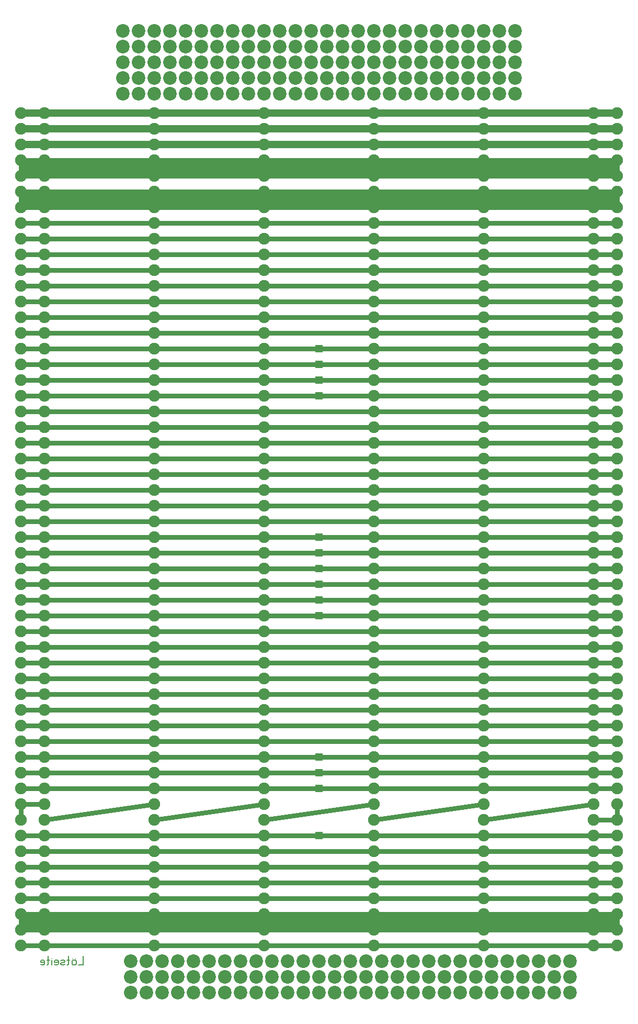
<source format=gbl>
%FSLAX34Y34*%
%MOMM*%
%LNCOPPER_BOTTOM*%
G71*
G01*
%ADD10C, 2.200*%
%ADD11C, 1.900*%
%ADD12C, 0.800*%
%ADD13R, 1.200X1.200*%
%ADD14C, 1.200*%
%ADD15C, 0.178*%
%LPD*%
X184944Y-75803D02*
G54D10*
D03*
X210344Y-75803D02*
G54D10*
D03*
X235744Y-75803D02*
G54D10*
D03*
X261144Y-75803D02*
G54D10*
D03*
X286544Y-75803D02*
G54D10*
D03*
X311944Y-75803D02*
G54D10*
D03*
X337344Y-75803D02*
G54D10*
D03*
X362744Y-75803D02*
G54D10*
D03*
X388144Y-75803D02*
G54D10*
D03*
X413544Y-75803D02*
G54D10*
D03*
X438944Y-75803D02*
G54D10*
D03*
X464344Y-75803D02*
G54D10*
D03*
X489744Y-75803D02*
G54D10*
D03*
X515144Y-75803D02*
G54D10*
D03*
X540544Y-75803D02*
G54D10*
D03*
X565944Y-75803D02*
G54D10*
D03*
X591344Y-75803D02*
G54D10*
D03*
X616744Y-75803D02*
G54D10*
D03*
X642144Y-75803D02*
G54D10*
D03*
X667544Y-75803D02*
G54D10*
D03*
X692944Y-75803D02*
G54D10*
D03*
X718344Y-75803D02*
G54D10*
D03*
X743744Y-75803D02*
G54D10*
D03*
X769144Y-75803D02*
G54D10*
D03*
X794544Y-75803D02*
G54D10*
D03*
X819944Y-75803D02*
G54D10*
D03*
X57944Y-158353D02*
G54D11*
D03*
X57944Y-183753D02*
G54D11*
D03*
X57944Y-209153D02*
G54D11*
D03*
X57944Y-234553D02*
G54D11*
D03*
X57944Y-259953D02*
G54D11*
D03*
X57944Y-285353D02*
G54D11*
D03*
X57944Y-310753D02*
G54D11*
D03*
X57944Y-336153D02*
G54D11*
D03*
X57944Y-361553D02*
G54D11*
D03*
X57944Y-386953D02*
G54D11*
D03*
X57944Y-412353D02*
G54D11*
D03*
X57944Y-437753D02*
G54D11*
D03*
X57944Y-463153D02*
G54D11*
D03*
X57944Y-488553D02*
G54D11*
D03*
X57944Y-513953D02*
G54D11*
D03*
X57944Y-539353D02*
G54D11*
D03*
X57944Y-564753D02*
G54D11*
D03*
X57944Y-590153D02*
G54D11*
D03*
X57944Y-640953D02*
G54D11*
D03*
X57944Y-615553D02*
G54D11*
D03*
X57944Y-666353D02*
G54D11*
D03*
X57944Y-691753D02*
G54D11*
D03*
X57944Y-717153D02*
G54D11*
D03*
X57944Y-742553D02*
G54D11*
D03*
X57944Y-767953D02*
G54D11*
D03*
X57944Y-793353D02*
G54D11*
D03*
X57944Y-818753D02*
G54D11*
D03*
X57944Y-844153D02*
G54D11*
D03*
X57944Y-869553D02*
G54D11*
D03*
X57944Y-894953D02*
G54D11*
D03*
X57944Y-920353D02*
G54D11*
D03*
X57944Y-945753D02*
G54D11*
D03*
X57944Y-971153D02*
G54D11*
D03*
X57944Y-996553D02*
G54D11*
D03*
X57944Y-1021953D02*
G54D11*
D03*
X57944Y-1047353D02*
G54D11*
D03*
X57944Y-1072753D02*
G54D11*
D03*
X57944Y-1098153D02*
G54D11*
D03*
X57944Y-1123553D02*
G54D11*
D03*
X57944Y-1148953D02*
G54D11*
D03*
X57944Y-1174353D02*
G54D11*
D03*
X57944Y-1225153D02*
G54D11*
D03*
X57944Y-1199753D02*
G54D11*
D03*
X57944Y-1250553D02*
G54D11*
D03*
X57944Y-1275953D02*
G54D11*
D03*
X57944Y-1301353D02*
G54D11*
D03*
X57944Y-1326753D02*
G54D11*
D03*
X57944Y-1352153D02*
G54D11*
D03*
X57944Y-1377553D02*
G54D11*
D03*
X57944Y-1402953D02*
G54D11*
D03*
X57944Y-1428353D02*
G54D11*
D03*
X57944Y-1453753D02*
G54D11*
D03*
X57944Y-1479153D02*
G54D11*
D03*
X57944Y-1504553D02*
G54D11*
D03*
X235744Y-158353D02*
G54D11*
D03*
X235744Y-183753D02*
G54D11*
D03*
X235744Y-209153D02*
G54D11*
D03*
X235744Y-234553D02*
G54D11*
D03*
X235744Y-259953D02*
G54D11*
D03*
X235744Y-285353D02*
G54D11*
D03*
X235744Y-310753D02*
G54D11*
D03*
X235744Y-336153D02*
G54D11*
D03*
X235744Y-361553D02*
G54D11*
D03*
X235744Y-386953D02*
G54D11*
D03*
X235744Y-412353D02*
G54D11*
D03*
X235744Y-437753D02*
G54D11*
D03*
X235744Y-463153D02*
G54D11*
D03*
X235744Y-488553D02*
G54D11*
D03*
X235744Y-513953D02*
G54D11*
D03*
X235744Y-539353D02*
G54D11*
D03*
X235744Y-564753D02*
G54D11*
D03*
X235744Y-590153D02*
G54D11*
D03*
X235744Y-640953D02*
G54D11*
D03*
X235744Y-615553D02*
G54D11*
D03*
X235744Y-666353D02*
G54D11*
D03*
X235744Y-691753D02*
G54D11*
D03*
X235744Y-717153D02*
G54D11*
D03*
X235744Y-742553D02*
G54D11*
D03*
X235744Y-767953D02*
G54D11*
D03*
X235744Y-793353D02*
G54D11*
D03*
X235744Y-818753D02*
G54D11*
D03*
X235744Y-844153D02*
G54D11*
D03*
X235744Y-869553D02*
G54D11*
D03*
X235744Y-894953D02*
G54D11*
D03*
X235744Y-920353D02*
G54D11*
D03*
X235744Y-945753D02*
G54D11*
D03*
X235744Y-971153D02*
G54D11*
D03*
X235744Y-996553D02*
G54D11*
D03*
X235744Y-1021953D02*
G54D11*
D03*
X235744Y-1047353D02*
G54D11*
D03*
X235744Y-1072753D02*
G54D11*
D03*
X235744Y-1098153D02*
G54D11*
D03*
X235744Y-1123553D02*
G54D11*
D03*
X235744Y-1148953D02*
G54D11*
D03*
X235744Y-1174353D02*
G54D11*
D03*
X235744Y-1225153D02*
G54D11*
D03*
X235744Y-1199753D02*
G54D11*
D03*
X235744Y-1250553D02*
G54D11*
D03*
X235744Y-1275953D02*
G54D11*
D03*
X235744Y-1301353D02*
G54D11*
D03*
X235744Y-1326753D02*
G54D11*
D03*
X235744Y-1352153D02*
G54D11*
D03*
X235744Y-1377553D02*
G54D11*
D03*
X235744Y-1402953D02*
G54D11*
D03*
X235744Y-1428353D02*
G54D11*
D03*
X235744Y-1453753D02*
G54D11*
D03*
X235744Y-1479153D02*
G54D11*
D03*
X235744Y-1504553D02*
G54D11*
D03*
X413544Y-158353D02*
G54D11*
D03*
X413544Y-183753D02*
G54D11*
D03*
X413544Y-209153D02*
G54D11*
D03*
X413544Y-234553D02*
G54D11*
D03*
X413544Y-259953D02*
G54D11*
D03*
X413544Y-285353D02*
G54D11*
D03*
X413544Y-310753D02*
G54D11*
D03*
X413544Y-336153D02*
G54D11*
D03*
X413544Y-361553D02*
G54D11*
D03*
X413544Y-386953D02*
G54D11*
D03*
X413544Y-412353D02*
G54D11*
D03*
X413544Y-437753D02*
G54D11*
D03*
X413544Y-463153D02*
G54D11*
D03*
X413544Y-488553D02*
G54D11*
D03*
X413544Y-513953D02*
G54D11*
D03*
X413544Y-539353D02*
G54D11*
D03*
X413544Y-564753D02*
G54D11*
D03*
X413544Y-590153D02*
G54D11*
D03*
X413544Y-640953D02*
G54D11*
D03*
X413544Y-615553D02*
G54D11*
D03*
X413544Y-666353D02*
G54D11*
D03*
X413544Y-691753D02*
G54D11*
D03*
X413544Y-717153D02*
G54D11*
D03*
X413544Y-742553D02*
G54D11*
D03*
X413544Y-767953D02*
G54D11*
D03*
X413544Y-793353D02*
G54D11*
D03*
X413544Y-818753D02*
G54D11*
D03*
X413544Y-844153D02*
G54D11*
D03*
X413544Y-869553D02*
G54D11*
D03*
X413544Y-894953D02*
G54D11*
D03*
X413544Y-920353D02*
G54D11*
D03*
X413544Y-945753D02*
G54D11*
D03*
X413544Y-971153D02*
G54D11*
D03*
X413544Y-996553D02*
G54D11*
D03*
X413544Y-1021953D02*
G54D11*
D03*
X413544Y-1047353D02*
G54D11*
D03*
X413544Y-1072753D02*
G54D11*
D03*
X413544Y-1098153D02*
G54D11*
D03*
X413544Y-1123553D02*
G54D11*
D03*
X413544Y-1148953D02*
G54D11*
D03*
X413544Y-1174353D02*
G54D11*
D03*
X413544Y-1225153D02*
G54D11*
D03*
X413544Y-1199753D02*
G54D11*
D03*
X413544Y-1250553D02*
G54D11*
D03*
X413544Y-1275953D02*
G54D11*
D03*
X413544Y-1301353D02*
G54D11*
D03*
X413544Y-1326753D02*
G54D11*
D03*
X413544Y-1352153D02*
G54D11*
D03*
X413544Y-1377553D02*
G54D11*
D03*
X413544Y-1402953D02*
G54D11*
D03*
X413544Y-1428353D02*
G54D11*
D03*
X413544Y-1453753D02*
G54D11*
D03*
X413544Y-1479153D02*
G54D11*
D03*
X413544Y-1504553D02*
G54D11*
D03*
X591344Y-158353D02*
G54D11*
D03*
X591344Y-183753D02*
G54D11*
D03*
X591344Y-209153D02*
G54D11*
D03*
X591344Y-234553D02*
G54D11*
D03*
X591344Y-259953D02*
G54D11*
D03*
X591344Y-285353D02*
G54D11*
D03*
X591344Y-310753D02*
G54D11*
D03*
X591344Y-336153D02*
G54D11*
D03*
X591344Y-361553D02*
G54D11*
D03*
X591344Y-386953D02*
G54D11*
D03*
X591344Y-412353D02*
G54D11*
D03*
X591344Y-437753D02*
G54D11*
D03*
X591344Y-463153D02*
G54D11*
D03*
X591344Y-488553D02*
G54D11*
D03*
X591344Y-513953D02*
G54D11*
D03*
X591344Y-539353D02*
G54D11*
D03*
X591344Y-564753D02*
G54D11*
D03*
X591344Y-590153D02*
G54D11*
D03*
X591344Y-640953D02*
G54D11*
D03*
X591344Y-615553D02*
G54D11*
D03*
X591344Y-666353D02*
G54D11*
D03*
X591344Y-691753D02*
G54D11*
D03*
X591344Y-717153D02*
G54D11*
D03*
X591344Y-742553D02*
G54D11*
D03*
X591344Y-767953D02*
G54D11*
D03*
X591344Y-793353D02*
G54D11*
D03*
X591344Y-818753D02*
G54D11*
D03*
X591344Y-844153D02*
G54D11*
D03*
X591344Y-869553D02*
G54D11*
D03*
X591344Y-894953D02*
G54D11*
D03*
X591344Y-920353D02*
G54D11*
D03*
X591344Y-945753D02*
G54D11*
D03*
X591344Y-971153D02*
G54D11*
D03*
X591344Y-996553D02*
G54D11*
D03*
X591344Y-1021953D02*
G54D11*
D03*
X591344Y-1047353D02*
G54D11*
D03*
X591344Y-1072753D02*
G54D11*
D03*
X591344Y-1098153D02*
G54D11*
D03*
X591344Y-1123553D02*
G54D11*
D03*
X591344Y-1148953D02*
G54D11*
D03*
X591344Y-1174353D02*
G54D11*
D03*
X591344Y-1225153D02*
G54D11*
D03*
X591344Y-1199753D02*
G54D11*
D03*
X591344Y-1250553D02*
G54D11*
D03*
X591344Y-1275953D02*
G54D11*
D03*
X591344Y-1301353D02*
G54D11*
D03*
X591344Y-1326753D02*
G54D11*
D03*
X591344Y-1352153D02*
G54D11*
D03*
X591344Y-1377553D02*
G54D11*
D03*
X591344Y-1402953D02*
G54D11*
D03*
X591344Y-1428353D02*
G54D11*
D03*
X591344Y-1453753D02*
G54D11*
D03*
X591344Y-1479153D02*
G54D11*
D03*
X591344Y-1504553D02*
G54D11*
D03*
X769144Y-158353D02*
G54D11*
D03*
X769144Y-183753D02*
G54D11*
D03*
X769144Y-209153D02*
G54D11*
D03*
X769144Y-234553D02*
G54D11*
D03*
X769144Y-259953D02*
G54D11*
D03*
X769144Y-285353D02*
G54D11*
D03*
X769144Y-310753D02*
G54D11*
D03*
X769144Y-336153D02*
G54D11*
D03*
X769144Y-361553D02*
G54D11*
D03*
X769144Y-386953D02*
G54D11*
D03*
X769144Y-412353D02*
G54D11*
D03*
X769144Y-437753D02*
G54D11*
D03*
X769144Y-463153D02*
G54D11*
D03*
X769144Y-488553D02*
G54D11*
D03*
X769144Y-513953D02*
G54D11*
D03*
X769144Y-539353D02*
G54D11*
D03*
X769144Y-564753D02*
G54D11*
D03*
X769144Y-590153D02*
G54D11*
D03*
X769144Y-640953D02*
G54D11*
D03*
X769144Y-615553D02*
G54D11*
D03*
X769144Y-666353D02*
G54D11*
D03*
X769144Y-691753D02*
G54D11*
D03*
X769144Y-717153D02*
G54D11*
D03*
X769144Y-742553D02*
G54D11*
D03*
X769144Y-767953D02*
G54D11*
D03*
X769144Y-793353D02*
G54D11*
D03*
X769144Y-818753D02*
G54D11*
D03*
X769144Y-844153D02*
G54D11*
D03*
X769144Y-869553D02*
G54D11*
D03*
X769144Y-894953D02*
G54D11*
D03*
X769144Y-920353D02*
G54D11*
D03*
X769144Y-945753D02*
G54D11*
D03*
X769144Y-971153D02*
G54D11*
D03*
X769144Y-996553D02*
G54D11*
D03*
X769144Y-1021953D02*
G54D11*
D03*
X769144Y-1047353D02*
G54D11*
D03*
X769144Y-1072753D02*
G54D11*
D03*
X769144Y-1098153D02*
G54D11*
D03*
X769144Y-1123553D02*
G54D11*
D03*
X769144Y-1148953D02*
G54D11*
D03*
X769144Y-1174353D02*
G54D11*
D03*
X769144Y-1225153D02*
G54D11*
D03*
X769144Y-1199753D02*
G54D11*
D03*
X769144Y-1250553D02*
G54D11*
D03*
X769144Y-1275953D02*
G54D11*
D03*
X769144Y-1301353D02*
G54D11*
D03*
X769144Y-1326753D02*
G54D11*
D03*
X769144Y-1352153D02*
G54D11*
D03*
X769144Y-1377553D02*
G54D11*
D03*
X769144Y-1402953D02*
G54D11*
D03*
X769144Y-1428353D02*
G54D11*
D03*
X769144Y-1453753D02*
G54D11*
D03*
X769144Y-1479153D02*
G54D11*
D03*
X769144Y-1504553D02*
G54D11*
D03*
X946944Y-158353D02*
G54D11*
D03*
X946944Y-183753D02*
G54D11*
D03*
X946944Y-209153D02*
G54D11*
D03*
X946944Y-234553D02*
G54D11*
D03*
X946944Y-259953D02*
G54D11*
D03*
X946944Y-285353D02*
G54D11*
D03*
X946944Y-310753D02*
G54D11*
D03*
X946944Y-336153D02*
G54D11*
D03*
X946944Y-361553D02*
G54D11*
D03*
X946944Y-386953D02*
G54D11*
D03*
X946944Y-412353D02*
G54D11*
D03*
X946944Y-437753D02*
G54D11*
D03*
X946944Y-463153D02*
G54D11*
D03*
X946944Y-488553D02*
G54D11*
D03*
X946944Y-513953D02*
G54D11*
D03*
X946944Y-539353D02*
G54D11*
D03*
X946944Y-564753D02*
G54D11*
D03*
X946944Y-590153D02*
G54D11*
D03*
X946944Y-640953D02*
G54D11*
D03*
X946944Y-615553D02*
G54D11*
D03*
X946944Y-666353D02*
G54D11*
D03*
X946944Y-691753D02*
G54D11*
D03*
X946944Y-717153D02*
G54D11*
D03*
X946944Y-742553D02*
G54D11*
D03*
X946944Y-767953D02*
G54D11*
D03*
X946944Y-793353D02*
G54D11*
D03*
X946944Y-818753D02*
G54D11*
D03*
X946944Y-844153D02*
G54D11*
D03*
X946944Y-869553D02*
G54D11*
D03*
X946944Y-894953D02*
G54D11*
D03*
X946944Y-920353D02*
G54D11*
D03*
X946944Y-945753D02*
G54D11*
D03*
X946944Y-971153D02*
G54D11*
D03*
X946944Y-996553D02*
G54D11*
D03*
X946944Y-1021953D02*
G54D11*
D03*
X946944Y-1047353D02*
G54D11*
D03*
X946944Y-1072753D02*
G54D11*
D03*
X946944Y-1098153D02*
G54D11*
D03*
X946944Y-1123553D02*
G54D11*
D03*
X946944Y-1148953D02*
G54D11*
D03*
X946944Y-1174353D02*
G54D11*
D03*
X946944Y-1225153D02*
G54D11*
D03*
X946944Y-1199753D02*
G54D11*
D03*
X946944Y-1250553D02*
G54D11*
D03*
X946944Y-1275953D02*
G54D11*
D03*
X946944Y-1301353D02*
G54D11*
D03*
X946944Y-1326753D02*
G54D11*
D03*
X946944Y-1352153D02*
G54D11*
D03*
X946944Y-1377553D02*
G54D11*
D03*
X946944Y-1402953D02*
G54D11*
D03*
X946944Y-1428353D02*
G54D11*
D03*
X946944Y-1453753D02*
G54D11*
D03*
X946944Y-1479153D02*
G54D11*
D03*
X946944Y-1504553D02*
G54D11*
D03*
X184944Y-101203D02*
G54D10*
D03*
X210344Y-101203D02*
G54D10*
D03*
X235744Y-101203D02*
G54D10*
D03*
X261144Y-101203D02*
G54D10*
D03*
X286544Y-101203D02*
G54D10*
D03*
X311944Y-101203D02*
G54D10*
D03*
X337344Y-101203D02*
G54D10*
D03*
X362744Y-101203D02*
G54D10*
D03*
X388144Y-101203D02*
G54D10*
D03*
X413544Y-101203D02*
G54D10*
D03*
X438944Y-101203D02*
G54D10*
D03*
X464344Y-101203D02*
G54D10*
D03*
X489744Y-101203D02*
G54D10*
D03*
X515144Y-101203D02*
G54D10*
D03*
X540544Y-101203D02*
G54D10*
D03*
X565944Y-101203D02*
G54D10*
D03*
X591344Y-101203D02*
G54D10*
D03*
X616744Y-101203D02*
G54D10*
D03*
X642144Y-101203D02*
G54D10*
D03*
X667544Y-101203D02*
G54D10*
D03*
X692944Y-101203D02*
G54D10*
D03*
X718344Y-101203D02*
G54D10*
D03*
X743744Y-101203D02*
G54D10*
D03*
X769144Y-101203D02*
G54D10*
D03*
X794544Y-101203D02*
G54D10*
D03*
X819944Y-101203D02*
G54D10*
D03*
X184944Y-126603D02*
G54D10*
D03*
X210344Y-126603D02*
G54D10*
D03*
X235744Y-126603D02*
G54D10*
D03*
X261144Y-126603D02*
G54D10*
D03*
X286544Y-126603D02*
G54D10*
D03*
X311944Y-126603D02*
G54D10*
D03*
X337344Y-126603D02*
G54D10*
D03*
X362744Y-126603D02*
G54D10*
D03*
X388144Y-126603D02*
G54D10*
D03*
X413544Y-126603D02*
G54D10*
D03*
X438944Y-126603D02*
G54D10*
D03*
X464344Y-126603D02*
G54D10*
D03*
X489744Y-126603D02*
G54D10*
D03*
X515144Y-126603D02*
G54D10*
D03*
X540544Y-126603D02*
G54D10*
D03*
X565944Y-126603D02*
G54D10*
D03*
X591344Y-126603D02*
G54D10*
D03*
X616744Y-126603D02*
G54D10*
D03*
X642144Y-126603D02*
G54D10*
D03*
X667544Y-126603D02*
G54D10*
D03*
X692944Y-126603D02*
G54D10*
D03*
X718344Y-126603D02*
G54D10*
D03*
X743744Y-126603D02*
G54D10*
D03*
X769144Y-126603D02*
G54D10*
D03*
X794544Y-126603D02*
G54D10*
D03*
X819944Y-126603D02*
G54D10*
D03*
X19844Y-158353D02*
G54D11*
D03*
X19844Y-183753D02*
G54D11*
D03*
X19844Y-209153D02*
G54D11*
D03*
X19844Y-234553D02*
G54D11*
D03*
X19844Y-259953D02*
G54D11*
D03*
X19844Y-285353D02*
G54D11*
D03*
X19844Y-310753D02*
G54D11*
D03*
X19844Y-336153D02*
G54D11*
D03*
X19844Y-361553D02*
G54D11*
D03*
X19844Y-386953D02*
G54D11*
D03*
X19844Y-412353D02*
G54D11*
D03*
X19844Y-437753D02*
G54D11*
D03*
X19844Y-463153D02*
G54D11*
D03*
X19844Y-488553D02*
G54D11*
D03*
X19844Y-513953D02*
G54D11*
D03*
X19844Y-539353D02*
G54D11*
D03*
X19844Y-564753D02*
G54D11*
D03*
X19844Y-590153D02*
G54D11*
D03*
X19844Y-640953D02*
G54D11*
D03*
X19844Y-615553D02*
G54D11*
D03*
X19844Y-666353D02*
G54D11*
D03*
X19844Y-691753D02*
G54D11*
D03*
X19844Y-717153D02*
G54D11*
D03*
X19844Y-742553D02*
G54D11*
D03*
X19844Y-767953D02*
G54D11*
D03*
X19844Y-793353D02*
G54D11*
D03*
X19844Y-818753D02*
G54D11*
D03*
X19844Y-844153D02*
G54D11*
D03*
X19844Y-869553D02*
G54D11*
D03*
X19844Y-894953D02*
G54D11*
D03*
X19844Y-920353D02*
G54D11*
D03*
X19844Y-945753D02*
G54D11*
D03*
X19844Y-971153D02*
G54D11*
D03*
X19844Y-996553D02*
G54D11*
D03*
X19844Y-1021953D02*
G54D11*
D03*
X19844Y-1047353D02*
G54D11*
D03*
X19844Y-1072753D02*
G54D11*
D03*
X19844Y-1098153D02*
G54D11*
D03*
X19844Y-1123553D02*
G54D11*
D03*
X19844Y-1148953D02*
G54D11*
D03*
X19844Y-1174353D02*
G54D11*
D03*
X19844Y-1225153D02*
G54D11*
D03*
X19844Y-1199753D02*
G54D11*
D03*
X19844Y-1250553D02*
G54D11*
D03*
X19844Y-1275953D02*
G54D11*
D03*
X19844Y-1301353D02*
G54D11*
D03*
X19844Y-1326753D02*
G54D11*
D03*
X19844Y-1352153D02*
G54D11*
D03*
X19844Y-1377553D02*
G54D11*
D03*
X19844Y-1402953D02*
G54D11*
D03*
X19844Y-1428353D02*
G54D11*
D03*
X19844Y-1453753D02*
G54D11*
D03*
X19844Y-1479153D02*
G54D11*
D03*
X19844Y-1504553D02*
G54D11*
D03*
X985044Y-158353D02*
G54D11*
D03*
X985044Y-183753D02*
G54D11*
D03*
X985044Y-209153D02*
G54D11*
D03*
X985044Y-234553D02*
G54D11*
D03*
X985044Y-259953D02*
G54D11*
D03*
X985044Y-285353D02*
G54D11*
D03*
X985044Y-310753D02*
G54D11*
D03*
X985044Y-336153D02*
G54D11*
D03*
X985044Y-361553D02*
G54D11*
D03*
X985044Y-386953D02*
G54D11*
D03*
X985044Y-412353D02*
G54D11*
D03*
X985044Y-437753D02*
G54D11*
D03*
X985044Y-463153D02*
G54D11*
D03*
X985044Y-488553D02*
G54D11*
D03*
X985044Y-513953D02*
G54D11*
D03*
X985044Y-539353D02*
G54D11*
D03*
X985044Y-564753D02*
G54D11*
D03*
X985044Y-590153D02*
G54D11*
D03*
X985044Y-640953D02*
G54D11*
D03*
X985044Y-615553D02*
G54D11*
D03*
X985044Y-666353D02*
G54D11*
D03*
X985044Y-691753D02*
G54D11*
D03*
X985044Y-717153D02*
G54D11*
D03*
X985044Y-742553D02*
G54D11*
D03*
X985044Y-767953D02*
G54D11*
D03*
X985044Y-793353D02*
G54D11*
D03*
X985044Y-818753D02*
G54D11*
D03*
X985044Y-844153D02*
G54D11*
D03*
X985044Y-869553D02*
G54D11*
D03*
X985044Y-894953D02*
G54D11*
D03*
X985044Y-920353D02*
G54D11*
D03*
X985044Y-945753D02*
G54D11*
D03*
X985044Y-971153D02*
G54D11*
D03*
X985044Y-996553D02*
G54D11*
D03*
X985044Y-1021953D02*
G54D11*
D03*
X985044Y-1047353D02*
G54D11*
D03*
X985044Y-1072753D02*
G54D11*
D03*
X985044Y-1098153D02*
G54D11*
D03*
X985044Y-1123553D02*
G54D11*
D03*
X985044Y-1148953D02*
G54D11*
D03*
X985044Y-1174353D02*
G54D11*
D03*
X985044Y-1225153D02*
G54D11*
D03*
X985044Y-1199753D02*
G54D11*
D03*
X985044Y-1250553D02*
G54D11*
D03*
X985044Y-1275953D02*
G54D11*
D03*
X985044Y-1301353D02*
G54D11*
D03*
X985044Y-1326753D02*
G54D11*
D03*
X985044Y-1352153D02*
G54D11*
D03*
X985044Y-1377553D02*
G54D11*
D03*
X985044Y-1402953D02*
G54D11*
D03*
X985044Y-1428353D02*
G54D11*
D03*
X985044Y-1453753D02*
G54D11*
D03*
X985044Y-1479153D02*
G54D11*
D03*
X985044Y-1504553D02*
G54D11*
D03*
G54D12*
X19844Y-336153D02*
X985044Y-336153D01*
G54D12*
X19844Y-361553D02*
X985044Y-361553D01*
G54D12*
X19844Y-386953D02*
X985044Y-386953D01*
G54D12*
X19844Y-412353D02*
X985044Y-412353D01*
G54D12*
X19844Y-437753D02*
X985044Y-437753D01*
G54D12*
X19844Y-463153D02*
X985044Y-463153D01*
G54D12*
X19844Y-488553D02*
X985044Y-488553D01*
G54D12*
X19844Y-513953D02*
X985044Y-513953D01*
G54D12*
X19844Y-640953D02*
X985044Y-640953D01*
G54D12*
X19844Y-666353D02*
X985044Y-666353D01*
G54D12*
X19844Y-691753D02*
X985044Y-691753D01*
G54D12*
X19844Y-717153D02*
X985044Y-717153D01*
G54D12*
X19844Y-742553D02*
X985044Y-742553D01*
G54D12*
X19844Y-767953D02*
X985044Y-767953D01*
G54D12*
X19844Y-793353D02*
X985044Y-793353D01*
G54D12*
X19844Y-818753D02*
X985044Y-818753D01*
G54D12*
X19844Y-996553D02*
X985044Y-996553D01*
G54D12*
X19844Y-1021953D02*
X985044Y-1021953D01*
G54D12*
X19844Y-1047353D02*
X985044Y-1047353D01*
G54D12*
X19844Y-1072753D02*
X985044Y-1072753D01*
G54D12*
X19844Y-1098153D02*
X985044Y-1098153D01*
G54D12*
X19844Y-1123553D02*
X985044Y-1123553D01*
G54D12*
X19844Y-1148953D02*
X985044Y-1148953D01*
G54D12*
X19844Y-1174353D02*
X985044Y-1174353D01*
G54D12*
X19844Y-1352153D02*
X985044Y-1352153D01*
G54D12*
X19844Y-1377553D02*
X985044Y-1377553D01*
G54D12*
X19844Y-1402953D02*
X985044Y-1402953D01*
G54D12*
X19844Y-1428353D02*
X985044Y-1428353D01*
X502444Y-539353D02*
G54D13*
D03*
X502444Y-564753D02*
G54D13*
D03*
X502444Y-590153D02*
G54D13*
D03*
X502444Y-615553D02*
G54D13*
D03*
X502444Y-844153D02*
G54D13*
D03*
X502444Y-869553D02*
G54D13*
D03*
X502444Y-894953D02*
G54D13*
D03*
X502444Y-920353D02*
G54D13*
D03*
X502444Y-945753D02*
G54D13*
D03*
X502444Y-971153D02*
G54D13*
D03*
X502444Y-1199753D02*
G54D13*
D03*
X502444Y-1225153D02*
G54D13*
D03*
X502444Y-1250553D02*
G54D13*
D03*
X502444Y-1326753D02*
G54D13*
D03*
G54D12*
X19844Y-539353D02*
X985044Y-539353D01*
G54D12*
X19844Y-564753D02*
X985044Y-564753D01*
G54D12*
X19844Y-590153D02*
X985044Y-590153D01*
G54D12*
X19844Y-615553D02*
X985044Y-615553D01*
G54D12*
X19844Y-844153D02*
X985044Y-844153D01*
G54D12*
X19844Y-869553D02*
X985044Y-869553D01*
G54D12*
X19844Y-894953D02*
X985044Y-894953D01*
G54D12*
X19844Y-920353D02*
X985044Y-920353D01*
G54D12*
X19844Y-945753D02*
X985044Y-945753D01*
G54D12*
X19844Y-971153D02*
X985044Y-971153D01*
G54D12*
X19844Y-1199753D02*
X985044Y-1199753D01*
G54D12*
X19844Y-1225153D02*
X985044Y-1225153D01*
G54D12*
X19844Y-1250553D02*
X985044Y-1250553D01*
G54D12*
X19844Y-1326753D02*
X985044Y-1326753D01*
G54D14*
X19844Y-158353D02*
X985044Y-158353D01*
G54D14*
X19844Y-183753D02*
X985044Y-183753D01*
G54D14*
X19844Y-209153D02*
X985044Y-209153D01*
G54D12*
X19844Y-1504553D02*
X985044Y-1504553D01*
G54D12*
X19844Y-1301353D02*
X19893Y-1276017D01*
X57944Y-1275953D01*
G54D12*
X57944Y-1301353D02*
X235744Y-1275953D01*
G54D12*
X235744Y-1301353D02*
X413544Y-1275953D01*
G54D12*
X413544Y-1301353D02*
X591344Y-1275953D01*
G54D12*
X591344Y-1301353D02*
X769144Y-1275953D01*
G54D12*
X769144Y-1301353D02*
X946944Y-1275953D01*
G54D12*
X946944Y-1301353D02*
X985098Y-1301416D01*
X985044Y-1275953D01*
G36*
X19844Y-259953D02*
X19844Y-234553D01*
X985044Y-234553D01*
X985044Y-259953D01*
X19844Y-259953D01*
G37*
G54D12*
X19844Y-259953D02*
X19844Y-234553D01*
X985044Y-234553D01*
X985044Y-259953D01*
X19844Y-259953D01*
G36*
X19844Y-285353D02*
X985044Y-285353D01*
X985044Y-310753D01*
X19844Y-310753D01*
X19844Y-285353D01*
G37*
G54D12*
X19844Y-285353D02*
X985044Y-285353D01*
X985044Y-310753D01*
X19844Y-310753D01*
X19844Y-285353D01*
G36*
X19844Y-1453753D02*
X985044Y-1453753D01*
X985044Y-1479153D01*
X19844Y-1479153D01*
X19844Y-1453753D01*
G37*
G54D12*
X19844Y-1453753D02*
X985044Y-1453753D01*
X985044Y-1479153D01*
X19844Y-1479153D01*
X19844Y-1453753D01*
G54D15*
X120410Y-1521442D02*
X120410Y-1535664D01*
X112943Y-1535664D01*
G54D15*
X107965Y-1524998D02*
X107965Y-1524998D01*
G54D15*
X103698Y-1524998D02*
X103698Y-1524998D01*
G54D15*
X102632Y-1533531D02*
X102632Y-1529976D01*
X103698Y-1528198D01*
X105832Y-1527664D01*
X107965Y-1528198D01*
X109032Y-1529976D01*
X109032Y-1533531D01*
X107965Y-1535309D01*
X105832Y-1535664D01*
X103698Y-1535309D01*
X102632Y-1533531D01*
G54D15*
X96587Y-1521442D02*
X96587Y-1534776D01*
X95521Y-1535664D01*
X94454Y-1535309D01*
G54D15*
X98721Y-1527664D02*
X94454Y-1527664D01*
G54D15*
X90543Y-1534776D02*
X88409Y-1535664D01*
X86276Y-1535664D01*
X84143Y-1534776D01*
X84143Y-1532998D01*
X85209Y-1532109D01*
X89476Y-1531220D01*
X90543Y-1530331D01*
X90543Y-1528553D01*
X88409Y-1527664D01*
X86276Y-1527664D01*
X84143Y-1528553D01*
G54D15*
X73832Y-1534776D02*
X75538Y-1535664D01*
X77672Y-1535664D01*
X79805Y-1534776D01*
X80232Y-1532998D01*
X80232Y-1529976D01*
X79165Y-1528198D01*
X77032Y-1527664D01*
X74898Y-1528198D01*
X73832Y-1529442D01*
X73832Y-1531220D01*
X80232Y-1531220D01*
G54D15*
X69921Y-1535664D02*
X69921Y-1527664D01*
G54D15*
X69921Y-1524998D02*
X69921Y-1524998D01*
G54D15*
X63876Y-1521442D02*
X63876Y-1534776D01*
X62810Y-1535664D01*
X61743Y-1535309D01*
G54D15*
X66010Y-1527664D02*
X61743Y-1527664D01*
G54D15*
X51432Y-1534776D02*
X53138Y-1535664D01*
X55272Y-1535664D01*
X57405Y-1534776D01*
X57832Y-1532998D01*
X57832Y-1529976D01*
X56765Y-1528198D01*
X54632Y-1527664D01*
X52498Y-1528198D01*
X51432Y-1529442D01*
X51432Y-1531220D01*
X57832Y-1531220D01*
X184944Y-50403D02*
G54D10*
D03*
X210344Y-50403D02*
G54D10*
D03*
X235744Y-50403D02*
G54D10*
D03*
X261144Y-50403D02*
G54D10*
D03*
X286544Y-50403D02*
G54D10*
D03*
X311944Y-50403D02*
G54D10*
D03*
X337344Y-50403D02*
G54D10*
D03*
X362744Y-50403D02*
G54D10*
D03*
X388144Y-50403D02*
G54D10*
D03*
X413544Y-50403D02*
G54D10*
D03*
X438944Y-50403D02*
G54D10*
D03*
X464344Y-50403D02*
G54D10*
D03*
X489744Y-50403D02*
G54D10*
D03*
X515144Y-50403D02*
G54D10*
D03*
X540544Y-50403D02*
G54D10*
D03*
X565944Y-50403D02*
G54D10*
D03*
X591344Y-50403D02*
G54D10*
D03*
X616744Y-50403D02*
G54D10*
D03*
X642144Y-50403D02*
G54D10*
D03*
X667544Y-50403D02*
G54D10*
D03*
X692944Y-50403D02*
G54D10*
D03*
X718344Y-50403D02*
G54D10*
D03*
X743744Y-50403D02*
G54D10*
D03*
X769144Y-50403D02*
G54D10*
D03*
X794544Y-50403D02*
G54D10*
D03*
X819944Y-50403D02*
G54D10*
D03*
X184944Y-25003D02*
G54D10*
D03*
X210344Y-25003D02*
G54D10*
D03*
X235744Y-25003D02*
G54D10*
D03*
X261144Y-25003D02*
G54D10*
D03*
X286544Y-25003D02*
G54D10*
D03*
X311944Y-25003D02*
G54D10*
D03*
X337344Y-25003D02*
G54D10*
D03*
X362744Y-25003D02*
G54D10*
D03*
X388144Y-25003D02*
G54D10*
D03*
X413544Y-25003D02*
G54D10*
D03*
X438944Y-25003D02*
G54D10*
D03*
X464344Y-25003D02*
G54D10*
D03*
X489744Y-25003D02*
G54D10*
D03*
X515144Y-25003D02*
G54D10*
D03*
X540544Y-25003D02*
G54D10*
D03*
X565944Y-25003D02*
G54D10*
D03*
X591344Y-25003D02*
G54D10*
D03*
X616744Y-25003D02*
G54D10*
D03*
X642144Y-25003D02*
G54D10*
D03*
X667544Y-25003D02*
G54D10*
D03*
X692944Y-25003D02*
G54D10*
D03*
X718344Y-25003D02*
G54D10*
D03*
X743744Y-25003D02*
G54D10*
D03*
X769144Y-25003D02*
G54D10*
D03*
X794544Y-25003D02*
G54D10*
D03*
X819944Y-25003D02*
G54D10*
D03*
X451644Y-1580753D02*
G54D10*
D03*
X477044Y-1580753D02*
G54D10*
D03*
X502444Y-1580753D02*
G54D10*
D03*
X527844Y-1580753D02*
G54D10*
D03*
X553244Y-1580753D02*
G54D10*
D03*
X578644Y-1580753D02*
G54D10*
D03*
X604044Y-1580753D02*
G54D10*
D03*
X629444Y-1580753D02*
G54D10*
D03*
X654844Y-1580753D02*
G54D10*
D03*
X680244Y-1580753D02*
G54D10*
D03*
X705644Y-1580753D02*
G54D10*
D03*
X451644Y-1555353D02*
G54D10*
D03*
X477044Y-1555353D02*
G54D10*
D03*
X502444Y-1555353D02*
G54D10*
D03*
X527844Y-1555353D02*
G54D10*
D03*
X553244Y-1555353D02*
G54D10*
D03*
X578644Y-1555353D02*
G54D10*
D03*
X604044Y-1555353D02*
G54D10*
D03*
X629444Y-1555353D02*
G54D10*
D03*
X654844Y-1555353D02*
G54D10*
D03*
X680244Y-1555353D02*
G54D10*
D03*
X705644Y-1555353D02*
G54D10*
D03*
X451644Y-1529953D02*
G54D10*
D03*
X477044Y-1529953D02*
G54D10*
D03*
X502444Y-1529953D02*
G54D10*
D03*
X527844Y-1529953D02*
G54D10*
D03*
X553244Y-1529953D02*
G54D10*
D03*
X578644Y-1529953D02*
G54D10*
D03*
X604044Y-1529953D02*
G54D10*
D03*
X629444Y-1529953D02*
G54D10*
D03*
X654844Y-1529953D02*
G54D10*
D03*
X680244Y-1529953D02*
G54D10*
D03*
X705644Y-1529953D02*
G54D10*
D03*
X731044Y-1580753D02*
G54D10*
D03*
X756444Y-1580753D02*
G54D10*
D03*
X781844Y-1580753D02*
G54D10*
D03*
X807244Y-1580753D02*
G54D10*
D03*
X832644Y-1580753D02*
G54D10*
D03*
X858044Y-1580753D02*
G54D10*
D03*
X883444Y-1580753D02*
G54D10*
D03*
X908844Y-1580753D02*
G54D10*
D03*
X731044Y-1555353D02*
G54D10*
D03*
X756444Y-1555353D02*
G54D10*
D03*
X781844Y-1555353D02*
G54D10*
D03*
X807244Y-1555353D02*
G54D10*
D03*
X832644Y-1555353D02*
G54D10*
D03*
X858044Y-1555353D02*
G54D10*
D03*
X883444Y-1555353D02*
G54D10*
D03*
X908844Y-1555353D02*
G54D10*
D03*
X731044Y-1529953D02*
G54D10*
D03*
X756444Y-1529953D02*
G54D10*
D03*
X781844Y-1529953D02*
G54D10*
D03*
X807244Y-1529953D02*
G54D10*
D03*
X832644Y-1529953D02*
G54D10*
D03*
X858044Y-1529953D02*
G54D10*
D03*
X883444Y-1529953D02*
G54D10*
D03*
X908844Y-1529953D02*
G54D10*
D03*
X273844Y-1580753D02*
G54D10*
D03*
X299244Y-1580753D02*
G54D10*
D03*
X324644Y-1580753D02*
G54D10*
D03*
X350044Y-1580753D02*
G54D10*
D03*
X375444Y-1580753D02*
G54D10*
D03*
X400844Y-1580753D02*
G54D10*
D03*
X426244Y-1580753D02*
G54D10*
D03*
X273844Y-1555353D02*
G54D10*
D03*
X299244Y-1555353D02*
G54D10*
D03*
X324644Y-1555353D02*
G54D10*
D03*
X350044Y-1555353D02*
G54D10*
D03*
X375444Y-1555353D02*
G54D10*
D03*
X400844Y-1555353D02*
G54D10*
D03*
X426244Y-1555353D02*
G54D10*
D03*
X273844Y-1529953D02*
G54D10*
D03*
X299244Y-1529953D02*
G54D10*
D03*
X324644Y-1529953D02*
G54D10*
D03*
X350044Y-1529953D02*
G54D10*
D03*
X375444Y-1529953D02*
G54D10*
D03*
X400844Y-1529953D02*
G54D10*
D03*
X426244Y-1529953D02*
G54D10*
D03*
X197644Y-1580753D02*
G54D10*
D03*
X223044Y-1580753D02*
G54D10*
D03*
X248444Y-1580753D02*
G54D10*
D03*
X197644Y-1555353D02*
G54D10*
D03*
X223044Y-1555353D02*
G54D10*
D03*
X248444Y-1555353D02*
G54D10*
D03*
X197644Y-1529953D02*
G54D10*
D03*
X223044Y-1529953D02*
G54D10*
D03*
X248444Y-1529953D02*
G54D10*
D03*
M02*

</source>
